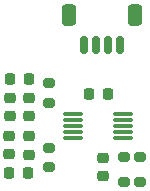
<source format=gbr>
%TF.GenerationSoftware,KiCad,Pcbnew,8.0.8*%
%TF.CreationDate,2025-04-16T18:52:08+01:00*%
%TF.ProjectId,Front_panel_Tx,46726f6e-745f-4706-916e-656c5f54782e,rev?*%
%TF.SameCoordinates,Original*%
%TF.FileFunction,Paste,Top*%
%TF.FilePolarity,Positive*%
%FSLAX46Y46*%
G04 Gerber Fmt 4.6, Leading zero omitted, Abs format (unit mm)*
G04 Created by KiCad (PCBNEW 8.0.8) date 2025-04-16 18:52:08*
%MOMM*%
%LPD*%
G01*
G04 APERTURE LIST*
G04 Aperture macros list*
%AMRoundRect*
0 Rectangle with rounded corners*
0 $1 Rounding radius*
0 $2 $3 $4 $5 $6 $7 $8 $9 X,Y pos of 4 corners*
0 Add a 4 corners polygon primitive as box body*
4,1,4,$2,$3,$4,$5,$6,$7,$8,$9,$2,$3,0*
0 Add four circle primitives for the rounded corners*
1,1,$1+$1,$2,$3*
1,1,$1+$1,$4,$5*
1,1,$1+$1,$6,$7*
1,1,$1+$1,$8,$9*
0 Add four rect primitives between the rounded corners*
20,1,$1+$1,$2,$3,$4,$5,0*
20,1,$1+$1,$4,$5,$6,$7,0*
20,1,$1+$1,$6,$7,$8,$9,0*
20,1,$1+$1,$8,$9,$2,$3,0*%
G04 Aperture macros list end*
%ADD10RoundRect,0.225000X-0.225000X-0.250000X0.225000X-0.250000X0.225000X0.250000X-0.225000X0.250000X0*%
%ADD11RoundRect,0.087500X0.725000X0.087500X-0.725000X0.087500X-0.725000X-0.087500X0.725000X-0.087500X0*%
%ADD12RoundRect,0.225000X0.250000X-0.225000X0.250000X0.225000X-0.250000X0.225000X-0.250000X-0.225000X0*%
%ADD13RoundRect,0.225000X-0.250000X0.225000X-0.250000X-0.225000X0.250000X-0.225000X0.250000X0.225000X0*%
%ADD14RoundRect,0.200000X0.300000X0.200000X-0.300000X0.200000X-0.300000X-0.200000X0.300000X-0.200000X0*%
%ADD15RoundRect,0.250000X-0.350000X-0.650000X0.350000X-0.650000X0.350000X0.650000X-0.350000X0.650000X0*%
%ADD16RoundRect,0.150000X-0.150000X-0.625000X0.150000X-0.625000X0.150000X0.625000X-0.150000X0.625000X0*%
%ADD17RoundRect,0.218750X0.218750X0.256250X-0.218750X0.256250X-0.218750X-0.256250X0.218750X-0.256250X0*%
%ADD18RoundRect,0.200000X0.275000X-0.200000X0.275000X0.200000X-0.275000X0.200000X-0.275000X-0.200000X0*%
%ADD19RoundRect,0.200000X-0.275000X0.200000X-0.275000X-0.200000X0.275000X-0.200000X0.275000X0.200000X0*%
G04 APERTURE END LIST*
D10*
%TO.C,C2*%
X152845000Y-67300000D03*
X151295000Y-67300000D03*
%TD*%
D11*
%TO.C,Y1*%
X149890000Y-71030000D03*
X149890000Y-70530000D03*
X149890000Y-70030000D03*
X149890000Y-69530000D03*
X149890000Y-69030000D03*
X154115000Y-69030000D03*
X154115000Y-69530000D03*
X154115000Y-70030000D03*
X154115000Y-70530000D03*
X154115000Y-71030000D03*
%TD*%
D12*
%TO.C,C1*%
X152480000Y-72695000D03*
X152480000Y-74245000D03*
%TD*%
D13*
%TO.C,C3*%
X144570000Y-69215000D03*
X144570000Y-67665000D03*
%TD*%
D14*
%TO.C,Y2*%
X154210000Y-74740000D03*
X154210000Y-72640000D03*
X155610000Y-72640000D03*
X155610000Y-74740000D03*
%TD*%
D15*
%TO.C,J1*%
X155180000Y-60630000D03*
X149580000Y-60630000D03*
D16*
X153880000Y-63155000D03*
X152880000Y-63155000D03*
X151880000Y-63155000D03*
X150880000Y-63155000D03*
%TD*%
D17*
%TO.C,L1*%
X144592500Y-66060000D03*
X146167500Y-66060000D03*
%TD*%
D18*
%TO.C,R2*%
X147870000Y-71860000D03*
X147870000Y-73510000D03*
%TD*%
D17*
%TO.C,L2*%
X144502500Y-74030000D03*
X146077500Y-74030000D03*
%TD*%
D13*
%TO.C,C4*%
X144510000Y-72415000D03*
X144510000Y-70865000D03*
%TD*%
%TO.C,C6*%
X146210000Y-72445000D03*
X146210000Y-70895000D03*
%TD*%
%TO.C,C5*%
X146230000Y-69215000D03*
X146230000Y-67665000D03*
%TD*%
D19*
%TO.C,R1*%
X147920000Y-68055000D03*
X147920000Y-66405000D03*
%TD*%
M02*

</source>
